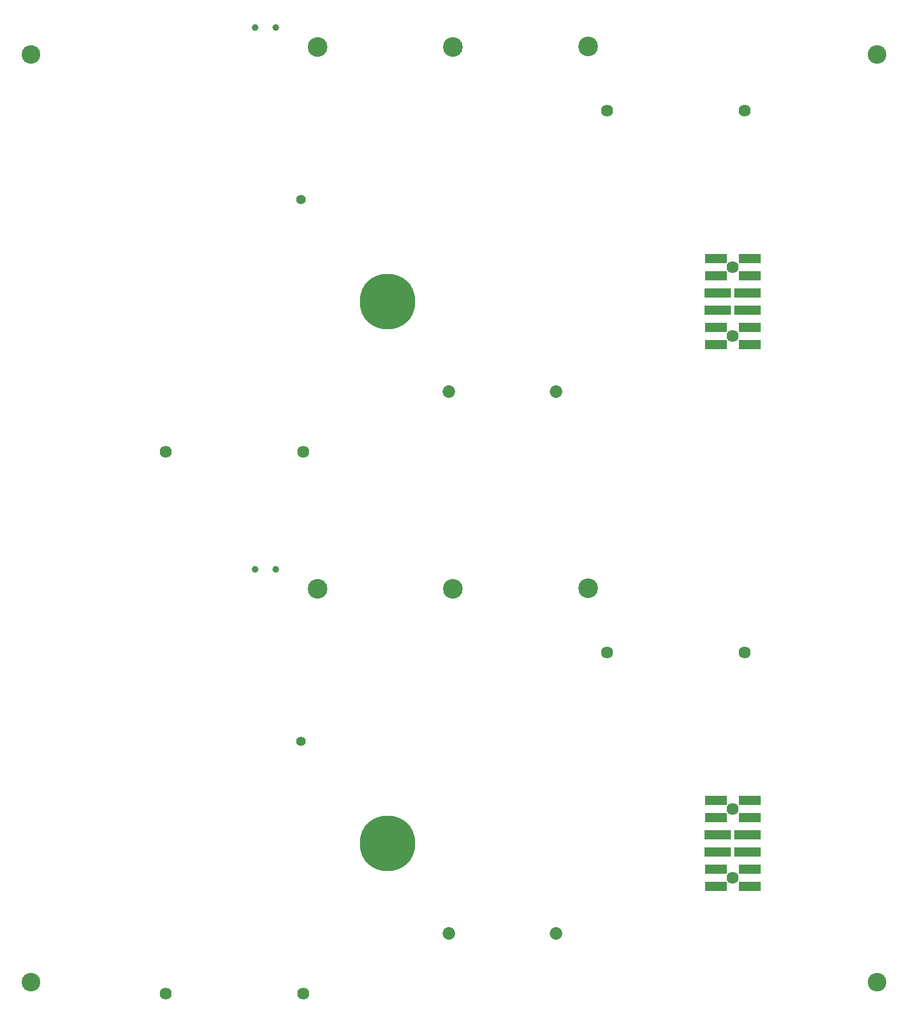
<source format=gbr>
G04 EAGLE Gerber RS-274X export*
G75*
%MOMM*%
%FSLAX34Y34*%
%LPD*%
%INSoldermask Bottom*%
%IPPOS*%
%AMOC8*
5,1,8,0,0,1.08239X$1,22.5*%
G01*
%ADD10C,2.903200*%
%ADD11C,2.743200*%
%ADD12C,1.783200*%
%ADD13C,1.403200*%
%ADD14C,1.003200*%
%ADD15C,1.853200*%
%ADD16R,3.203200X1.473200*%
%ADD17R,3.883200X1.473200*%
%ADD18C,8.203200*%


D10*
X448200Y760764D03*
X648160Y760764D03*
X848200Y761264D03*
X448200Y1560764D03*
X648160Y1560764D03*
X848200Y1561264D03*
D11*
X25000Y1550000D03*
X1275000Y1550000D03*
X1275000Y180000D03*
X25000Y180000D03*
D12*
X875600Y667000D03*
X1078800Y667000D03*
X427400Y163000D03*
X224200Y163000D03*
D13*
X424012Y535260D03*
D14*
X386436Y789176D03*
X356436Y789176D03*
D15*
X642250Y252000D03*
X800750Y252000D03*
D16*
X1086500Y448500D03*
X1086500Y423100D03*
D17*
X1083500Y397700D03*
X1083500Y372300D03*
D16*
X1086500Y346900D03*
X1086500Y321500D03*
X1036500Y321500D03*
X1036500Y346900D03*
D17*
X1039500Y372300D03*
X1039500Y397700D03*
D16*
X1036500Y423100D03*
X1036500Y448500D03*
D12*
X1061090Y435800D03*
X1061090Y334200D03*
X875600Y1467000D03*
X1078800Y1467000D03*
X427400Y963000D03*
X224200Y963000D03*
D13*
X424012Y1335260D03*
D14*
X386436Y1589176D03*
X356436Y1589176D03*
D15*
X642250Y1052000D03*
X800750Y1052000D03*
D16*
X1086500Y1248500D03*
X1086500Y1223100D03*
D17*
X1083500Y1197700D03*
X1083500Y1172300D03*
D16*
X1086500Y1146900D03*
X1086500Y1121500D03*
X1036500Y1121500D03*
X1036500Y1146900D03*
D17*
X1039500Y1172300D03*
X1039500Y1197700D03*
D16*
X1036500Y1223100D03*
X1036500Y1248500D03*
D12*
X1061090Y1235800D03*
X1061090Y1134200D03*
D18*
X551500Y385000D03*
X551500Y1185000D03*
M02*

</source>
